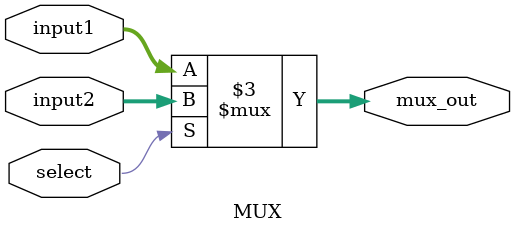
<source format=v>
`timescale 1ns / 1ps


module MUX(
    input wire [31:0] input1,  
    input wire [31:0] input2,  
    input wire select,      
    output reg [31:0] mux_out 
    );

    always @(*) begin
          if (select) begin
              mux_out = input2;
          end else begin
              mux_out = input1;
          end
    end
endmodule

</source>
